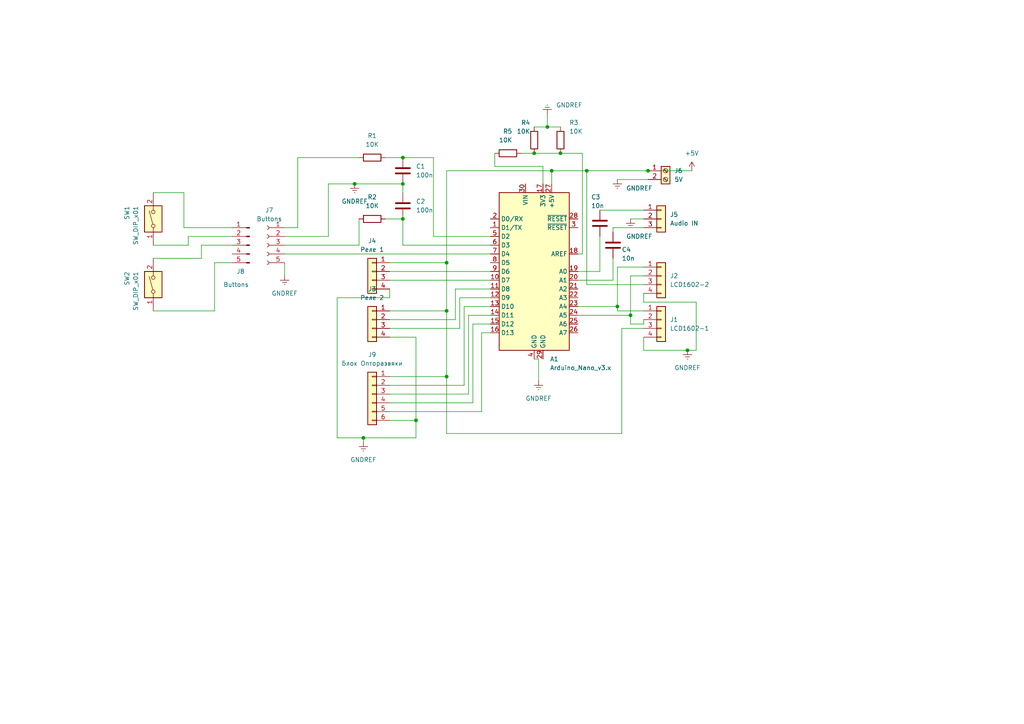
<source format=kicad_sch>
(kicad_sch (version 20211123) (generator eeschema)
  (paper "A4")
  (lib_symbols
    (symbol "Connector:Conn_01x05_Female" (pin_names (offset 1.016) hide)
      (property "Reference" "J" (at 0 7.62 0))
      (property "Value" "Conn_01x05_Female" (at 0 -7.62 0))
      (symbol "Conn_01x05_Female_1_1"
        (arc (start 0 -4.572) (mid -0.508 -5.08) (end 0 -5.588) (stroke (width 0.1524)))
        (arc (start 0 -2.032) (mid -0.508 -2.54) (end 0 -3.048) (stroke (width 0.1524)))
        (polyline (pts (xy -1.27 -5.08) (xy -0.508 -5.08)) (stroke (width 0.1524)))
        (polyline (pts (xy -1.27 -2.54) (xy -0.508 -2.54)) (stroke (width 0.1524)))
        (polyline (pts (xy -1.27 0) (xy -0.508 0)) (stroke (width 0.1524)))
        (polyline (pts (xy -1.27 2.54) (xy -0.508 2.54)) (stroke (width 0.1524)))
        (polyline (pts (xy -1.27 5.08) (xy -0.508 5.08)) (stroke (width 0.1524)))
        (arc (start 0 0.508) (mid -0.508 0) (end 0 -0.508) (stroke (width 0.1524)))
        (arc (start 0 3.048) (mid -0.508 2.54) (end 0 2.032) (stroke (width 0.1524)))
        (arc (start 0 5.588) (mid -0.508 5.08) (end 0 4.572) (stroke (width 0.1524)))
        (pin passive line (at -5.08 5.08 0) (length 3.81) (name "Pin_1") (number "1"))
        (pin passive line (at -5.08 2.54 0) (length 3.81) (name "Pin_2") (number "2"))
        (pin passive line (at -5.08 0 0) (length 3.81) (name "Pin_3") (number "3"))
        (pin passive line (at -5.08 -2.54 0) (length 3.81) (name "Pin_4") (number "4"))
        (pin passive line (at -5.08 -5.08 0) (length 3.81) (name "Pin_5") (number "5"))
      )
    )
    (symbol "Connector:Conn_01x05_Male" (pin_names (offset 1.016) hide)
      (property "Reference" "J" (at 0 7.62 0))
      (property "Value" "Conn_01x05_Male" (at 0 -7.62 0))
      (symbol "Conn_01x05_Male_1_1"
        (polyline (pts (xy 1.27 -5.08) (xy 0.8636 -5.08)) (stroke (width 0.1524)))
        (polyline (pts (xy 1.27 -2.54) (xy 0.8636 -2.54)) (stroke (width 0.1524)))
        (polyline (pts (xy 1.27 0) (xy 0.8636 0)) (stroke (width 0.1524)))
        (polyline (pts (xy 1.27 2.54) (xy 0.8636 2.54)) (stroke (width 0.1524)))
        (polyline (pts (xy 1.27 5.08) (xy 0.8636 5.08)) (stroke (width 0.1524)))
        (rectangle (start 0.8636 -4.953) (end 0 -5.207) (stroke (width 0.1524)) (fill (type outline)))
        (rectangle (start 0.8636 -2.413) (end 0 -2.667) (stroke (width 0.1524)) (fill (type outline)))
        (rectangle (start 0.8636 0.127) (end 0 -0.127) (stroke (width 0.1524)) (fill (type outline)))
        (rectangle (start 0.8636 2.667) (end 0 2.413) (stroke (width 0.1524)) (fill (type outline)))
        (rectangle (start 0.8636 5.207) (end 0 4.953) (stroke (width 0.1524)) (fill (type outline)))
        (pin passive line (at 5.08 5.08 180) (length 3.81) (name "Pin_1") (number "1"))
        (pin passive line (at 5.08 2.54 180) (length 3.81) (name "Pin_2") (number "2"))
        (pin passive line (at 5.08 0 180) (length 3.81) (name "Pin_3") (number "3"))
        (pin passive line (at 5.08 -2.54 180) (length 3.81) (name "Pin_4") (number "4"))
        (pin passive line (at 5.08 -5.08 180) (length 3.81) (name "Pin_5") (number "5"))
      )
    )
    (symbol "Connector:Screw_Terminal_01x02" (pin_names (offset 1.016) hide)
      (property "Reference" "J" (at 0 2.54 0))
      (property "Value" "Screw_Terminal_01x02" (at 0 -5.08 0))
      (symbol "Screw_Terminal_01x02_1_1"
        (rectangle (start -1.27 1.27) (end 1.27 -3.81) (stroke (width 0.254)) (fill (type background)))
        (circle (center 0 -2.54) (radius 0.635) (stroke (width 0.1524)))
        (polyline (pts (xy -0.5334 -2.2098) (xy 0.3302 -3.048)) (stroke (width 0.1524)))
        (polyline (pts (xy -0.5334 0.3302) (xy 0.3302 -0.508)) (stroke (width 0.1524)))
        (polyline (pts (xy -0.3556 -2.032) (xy 0.508 -2.8702)) (stroke (width 0.1524)))
        (polyline (pts (xy -0.3556 0.508) (xy 0.508 -0.3302)) (stroke (width 0.1524)))
        (circle (center 0 0) (radius 0.635) (stroke (width 0.1524)))
        (pin passive line (at -5.08 0 0) (length 3.81) (name "Pin_1") (number "1"))
        (pin passive line (at -5.08 -2.54 0) (length 3.81) (name "Pin_2") (number "2"))
      )
    )
    (symbol "Connector_Generic:Conn_01x03" (pin_names (offset 1.016) hide)
      (property "Reference" "J" (at 0 5.08 0))
      (property "Value" "Conn_01x03" (at 0 -5.08 0))
      (symbol "Conn_01x03_1_1"
        (rectangle (start -1.27 -2.413) (end 0 -2.667) (stroke (width 0.1524)))
        (rectangle (start -1.27 0.127) (end 0 -0.127) (stroke (width 0.1524)))
        (rectangle (start -1.27 2.667) (end 0 2.413) (stroke (width 0.1524)))
        (rectangle (start -1.27 3.81) (end 1.27 -3.81) (stroke (width 0.254)) (fill (type background)))
        (pin passive line (at -5.08 2.54 0) (length 3.81) (name "Pin_1") (number "1"))
        (pin passive line (at -5.08 0 0) (length 3.81) (name "Pin_2") (number "2"))
        (pin passive line (at -5.08 -2.54 0) (length 3.81) (name "Pin_3") (number "3"))
      )
    )
    (symbol "Connector_Generic:Conn_01x04" (pin_names (offset 1.016) hide)
      (property "Reference" "J" (at 0 5.08 0))
      (property "Value" "Conn_01x04" (at 0 -7.62 0))
      (symbol "Conn_01x04_1_1"
        (rectangle (start -1.27 -4.953) (end 0 -5.207) (stroke (width 0.1524)))
        (rectangle (start -1.27 -2.413) (end 0 -2.667) (stroke (width 0.1524)))
        (rectangle (start -1.27 0.127) (end 0 -0.127) (stroke (width 0.1524)))
        (rectangle (start -1.27 2.667) (end 0 2.413) (stroke (width 0.1524)))
        (rectangle (start -1.27 3.81) (end 1.27 -6.35) (stroke (width 0.254)) (fill (type background)))
        (pin passive line (at -5.08 2.54 0) (length 3.81) (name "Pin_1") (number "1"))
        (pin passive line (at -5.08 0 0) (length 3.81) (name "Pin_2") (number "2"))
        (pin passive line (at -5.08 -2.54 0) (length 3.81) (name "Pin_3") (number "3"))
        (pin passive line (at -5.08 -5.08 0) (length 3.81) (name "Pin_4") (number "4"))
      )
    )
    (symbol "Connector_Generic:Conn_01x06" (pin_names (offset 1.016) hide)
      (property "Reference" "J" (at 0 7.62 0))
      (property "Value" "Conn_01x06" (at 0 -10.16 0))
      (symbol "Conn_01x06_1_1"
        (rectangle (start -1.27 -7.493) (end 0 -7.747) (stroke (width 0.1524)))
        (rectangle (start -1.27 -4.953) (end 0 -5.207) (stroke (width 0.1524)))
        (rectangle (start -1.27 -2.413) (end 0 -2.667) (stroke (width 0.1524)))
        (rectangle (start -1.27 0.127) (end 0 -0.127) (stroke (width 0.1524)))
        (rectangle (start -1.27 2.667) (end 0 2.413) (stroke (width 0.1524)))
        (rectangle (start -1.27 5.207) (end 0 4.953) (stroke (width 0.1524)))
        (rectangle (start -1.27 6.35) (end 1.27 -8.89) (stroke (width 0.254)) (fill (type background)))
        (pin passive line (at -5.08 5.08 0) (length 3.81) (name "Pin_1") (number "1"))
        (pin passive line (at -5.08 2.54 0) (length 3.81) (name "Pin_2") (number "2"))
        (pin passive line (at -5.08 0 0) (length 3.81) (name "Pin_3") (number "3"))
        (pin passive line (at -5.08 -2.54 0) (length 3.81) (name "Pin_4") (number "4"))
        (pin passive line (at -5.08 -5.08 0) (length 3.81) (name "Pin_5") (number "5"))
        (pin passive line (at -5.08 -7.62 0) (length 3.81) (name "Pin_6") (number "6"))
      )
    )
    (symbol "Device:C" (pin_numbers hide) (pin_names (offset 0.254))
      (property "Reference" "C" (at 0.635 2.54 0))
      (property "Value" "C" (at 0.635 -2.54 0))
      (symbol "C_0_1"
        (polyline (pts (xy -2.032 -0.762) (xy 2.032 -0.762)) (stroke (width 0.508)))
        (polyline (pts (xy -2.032 0.762) (xy 2.032 0.762)) (stroke (width 0.508)))
      )
      (symbol "C_1_1"
        (pin passive line (at 0 3.81 270) (length 2.794) (name "~") (number "1"))
        (pin passive line (at 0 -3.81 90) (length 2.794) (name "~") (number "2"))
      )
    )
    (symbol "Device:R" (pin_numbers hide) (pin_names (offset 0))
      (property "Reference" "R" (at 2.032 0 90))
      (property "Value" "R" (at 0 0 90))
      (symbol "R_0_1"
        (rectangle (start -1.016 -2.54) (end 1.016 2.54) (stroke (width 0.254)))
      )
      (symbol "R_1_1"
        (pin passive line (at 0 3.81 270) (length 1.27) (name "~") (number "1"))
        (pin passive line (at 0 -3.81 90) (length 1.27) (name "~") (number "2"))
      )
    )
    (symbol "MCU_Module:Arduino_Nano_v3.x"
      (property "Reference" "A" (at -10.16 23.495 0))
      (property "Value" "Arduino_Nano_v3.x" (at 5.08 -24.13 0))
      (symbol "Arduino_Nano_v3.x_0_1"
        (rectangle (start -10.16 22.86) (end 10.16 -22.86) (stroke (width 0.254)) (fill (type background)))
      )
      (symbol "Arduino_Nano_v3.x_1_1"
        (pin bidirectional line (at -12.7 12.7 0) (length 2.54) (name "D1/TX") (number "1"))
        (pin bidirectional line (at -12.7 -2.54 0) (length 2.54) (name "D7") (number "10"))
        (pin bidirectional line (at -12.7 -5.08 0) (length 2.54) (name "D8") (number "11"))
        (pin bidirectional line (at -12.7 -7.62 0) (length 2.54) (name "D9") (number "12"))
        (pin bidirectional line (at -12.7 -10.16 0) (length 2.54) (name "D10") (number "13"))
        (pin bidirectional line (at -12.7 -12.7 0) (length 2.54) (name "D11") (number "14"))
        (pin bidirectional line (at -12.7 -15.24 0) (length 2.54) (name "D12") (number "15"))
        (pin bidirectional line (at -12.7 -17.78 0) (length 2.54) (name "D13") (number "16"))
        (pin power_out line (at 2.54 25.4 270) (length 2.54) (name "3V3") (number "17"))
        (pin input line (at 12.7 5.08 180) (length 2.54) (name "AREF") (number "18"))
        (pin bidirectional line (at 12.7 0 180) (length 2.54) (name "A0") (number "19"))
        (pin bidirectional line (at -12.7 15.24 0) (length 2.54) (name "D0/RX") (number "2"))
        (pin bidirectional line (at 12.7 -2.54 180) (length 2.54) (name "A1") (number "20"))
        (pin bidirectional line (at 12.7 -5.08 180) (length 2.54) (name "A2") (number "21"))
        (pin bidirectional line (at 12.7 -7.62 180) (length 2.54) (name "A3") (number "22"))
        (pin bidirectional line (at 12.7 -10.16 180) (length 2.54) (name "A4") (number "23"))
        (pin bidirectional line (at 12.7 -12.7 180) (length 2.54) (name "A5") (number "24"))
        (pin bidirectional line (at 12.7 -15.24 180) (length 2.54) (name "A6") (number "25"))
        (pin bidirectional line (at 12.7 -17.78 180) (length 2.54) (name "A7") (number "26"))
        (pin power_out line (at 5.08 25.4 270) (length 2.54) (name "+5V") (number "27"))
        (pin input line (at 12.7 15.24 180) (length 2.54) (name "~{RESET}") (number "28"))
        (pin power_in line (at 2.54 -25.4 90) (length 2.54) (name "GND") (number "29"))
        (pin input line (at 12.7 12.7 180) (length 2.54) (name "~{RESET}") (number "3"))
        (pin power_in line (at -2.54 25.4 270) (length 2.54) (name "VIN") (number "30"))
        (pin power_in line (at 0 -25.4 90) (length 2.54) (name "GND") (number "4"))
        (pin bidirectional line (at -12.7 10.16 0) (length 2.54) (name "D2") (number "5"))
        (pin bidirectional line (at -12.7 7.62 0) (length 2.54) (name "D3") (number "6"))
        (pin bidirectional line (at -12.7 5.08 0) (length 2.54) (name "D4") (number "7"))
        (pin bidirectional line (at -12.7 2.54 0) (length 2.54) (name "D5") (number "8"))
        (pin bidirectional line (at -12.7 0 0) (length 2.54) (name "D6") (number "9"))
      )
    )
    (symbol "Switch:SW_DIP_x01" (pin_names (offset 0) hide)
      (property "Reference" "SW" (at 0 3.81 0))
      (property "Value" "SW_DIP_x01" (at 0 -3.81 0))
      (symbol "SW_DIP_x01_0_0"
        (circle (center -2.032 0) (radius 0.508))
        (polyline (pts (xy -1.524 0.127) (xy 2.3622 1.1684)))
        (circle (center 2.032 0) (radius 0.508))
      )
      (symbol "SW_DIP_x01_0_1"
        (rectangle (start -3.81 2.54) (end 3.81 -2.54) (stroke (width 0.254)) (fill (type background)))
      )
      (symbol "SW_DIP_x01_1_1"
        (pin passive line (at -7.62 0 0) (length 5.08) (name "~") (number "1"))
        (pin passive line (at 7.62 0 180) (length 5.08) (name "~") (number "2"))
      )
    )
    (symbol "power:+5V" (power) (pin_names (offset 0))
      (property "Value" "+5V" (at 0 3.556 0))
      (symbol "+5V_0_1"
        (polyline (pts (xy -0.762 1.27) (xy 0 2.54)))
        (polyline (pts (xy 0 0) (xy 0 2.54)))
        (polyline (pts (xy 0 2.54) (xy 0.762 1.27)))
      )
      (symbol "+5V_1_1"
        (pin power_in line (at 0 0 90) (length 0) hide (name "+5V") (number "1"))
      )
    )
    (symbol "power:GNDREF" (power) (pin_names (offset 0))
      (property "Value" "GNDREF" (at 0 -3.81 0))
      (symbol "GNDREF_0_1"
        (polyline (pts (xy -0.635 -1.905) (xy 0.635 -1.905)))
        (polyline (pts (xy -0.127 -2.54) (xy 0.127 -2.54)))
        (polyline (pts (xy 0 -1.27) (xy 0 0)))
        (polyline (pts (xy 1.27 -1.27) (xy -1.27 -1.27)))
      )
      (symbol "GNDREF_1_1"
        (pin power_in line (at 0 0 270) (length 0) hide (name "GNDREF") (number "1"))
      )
    )
  )
  (junction (at 170.18 49.53))
  (junction (at 154.94 44.45))
  (junction (at 160.02 49.53))
  (junction (at 105.41 127))
  (junction (at 162.56 44.45))
  (junction (at 199.39 101.6))
  (junction (at 129.54 76.2))
  (junction (at 129.54 109.22))
  (junction (at 116.84 63.5))
  (junction (at 187.96 49.53))
  (junction (at 116.84 53.34))
  (junction (at 116.84 45.72))
  (junction (at 129.54 90.17))
  (junction (at 102.87 53.34))
  (junction (at 120.65 121.92))
  (junction (at 182.88 91.44))
  (junction (at 158.75 36.83))
  (junction (at 179.07 88.9))
  (wire (pts (xy 111.76 63.5) (xy 116.84 63.5)))
  (wire (pts (xy 157.48 53.34) (xy 157.48 48.26)))
  (wire (pts (xy 157.48 48.26) (xy 143.51 48.26)))
  (wire (pts (xy 139.7 96.52) (xy 142.24 96.52)))
  (wire (pts (xy 44.45 55.88) (xy 53.34 55.88)))
  (wire (pts (xy 58.42 74.93) (xy 58.42 71.12)))
  (wire (pts (xy 53.34 55.88) (xy 53.34 66.04)))
  (wire (pts (xy 113.03 109.22) (xy 129.54 109.22)))
  (wire (pts (xy 137.16 116.84) (xy 137.16 93.98)))
  (wire (pts (xy 129.54 49.53) (xy 160.02 49.53)))
  (wire (pts (xy 142.24 71.12) (xy 116.84 71.12)))
  (wire (pts (xy 201.93 87.63) (xy 201.93 101.6)))
  (wire (pts (xy 105.41 127) (xy 120.65 127)))
  (wire (pts (xy 177.8 66.04) (xy 177.8 67.31)))
  (wire (pts (xy 168.91 73.66) (xy 168.91 44.45)))
  (wire (pts (xy 137.16 93.98) (xy 142.24 93.98)))
  (wire (pts (xy 186.69 93.98) (xy 186.69 92.71)))
  (wire (pts (xy 86.36 45.72) (xy 104.14 45.72)))
  (wire (pts (xy 116.84 71.12) (xy 116.84 63.5)))
  (wire (pts (xy 125.73 68.58) (xy 125.73 45.72)))
  (wire (pts (xy 201.93 101.6) (xy 199.39 101.6)))
  (wire (pts (xy 113.03 114.3) (xy 135.89 114.3)))
  (wire (pts (xy 125.73 45.72) (xy 116.84 45.72)))
  (wire (pts (xy 167.64 81.28) (xy 177.8 81.28)))
  (wire (pts (xy 82.55 68.58) (xy 95.25 68.58)))
  (wire (pts (xy 186.69 80.01) (xy 182.88 80.01)))
  (wire (pts (xy 62.23 90.17) (xy 62.23 76.2)))
  (wire (pts (xy 139.7 119.38) (xy 139.7 96.52)))
  (wire (pts (xy 129.54 90.17) (xy 129.54 109.22)))
  (wire (pts (xy 170.18 82.55) (xy 170.18 49.53)))
  (wire (pts (xy 113.03 86.36) (xy 113.03 83.82)))
  (wire (pts (xy 180.34 125.73) (xy 129.54 125.73)))
  (wire (pts (xy 156.21 104.14) (xy 156.21 110.49)))
  (wire (pts (xy 143.51 48.26) (xy 143.51 44.45)))
  (wire (pts (xy 105.41 128.27) (xy 105.41 127)))
  (wire (pts (xy 154.94 104.14) (xy 156.21 104.14)))
  (wire (pts (xy 54.61 68.58) (xy 67.31 68.58)))
  (wire (pts (xy 173.99 68.58) (xy 173.99 78.74)))
  (wire (pts (xy 179.07 88.9) (xy 179.07 90.17)))
  (wire (pts (xy 129.54 76.2) (xy 129.54 90.17)))
  (wire (pts (xy 158.75 36.83) (xy 162.56 36.83)))
  (wire (pts (xy 44.45 74.93) (xy 58.42 74.93)))
  (wire (pts (xy 158.75 33.02) (xy 158.75 36.83)))
  (wire (pts (xy 154.94 44.45) (xy 162.56 44.45)))
  (wire (pts (xy 180.34 95.25) (xy 180.34 125.73)))
  (wire (pts (xy 58.42 71.12) (xy 67.31 71.12)))
  (wire (pts (xy 44.45 71.12) (xy 54.61 71.12)))
  (wire (pts (xy 129.54 49.53) (xy 129.54 76.2)))
  (wire (pts (xy 135.89 91.44) (xy 142.24 91.44)))
  (wire (pts (xy 113.03 76.2) (xy 129.54 76.2)))
  (wire (pts (xy 133.35 95.25) (xy 133.35 86.36)))
  (wire (pts (xy 186.69 82.55) (xy 170.18 82.55)))
  (wire (pts (xy 132.08 92.71) (xy 132.08 83.82)))
  (wire (pts (xy 135.89 114.3) (xy 135.89 91.44)))
  (wire (pts (xy 62.23 76.2) (xy 67.31 76.2)))
  (wire (pts (xy 177.8 74.93) (xy 177.8 81.28)))
  (wire (pts (xy 160.02 49.53) (xy 160.02 53.34)))
  (wire (pts (xy 186.69 95.25) (xy 180.34 95.25)))
  (wire (pts (xy 113.03 81.28) (xy 142.24 81.28)))
  (wire (pts (xy 82.55 80.01) (xy 82.55 76.2)))
  (wire (pts (xy 113.03 111.76) (xy 134.62 111.76)))
  (wire (pts (xy 186.69 63.5) (xy 182.88 63.5)))
  (wire (pts (xy 113.03 92.71) (xy 132.08 92.71)))
  (wire (pts (xy 86.36 66.04) (xy 86.36 45.72)))
  (wire (pts (xy 120.65 121.92) (xy 120.65 127)))
  (wire (pts (xy 186.69 87.63) (xy 201.93 87.63)))
  (wire (pts (xy 186.69 97.79) (xy 186.69 101.6)))
  (wire (pts (xy 54.61 71.12) (xy 54.61 68.58)))
  (wire (pts (xy 154.94 36.83) (xy 158.75 36.83)))
  (wire (pts (xy 186.69 85.09) (xy 186.69 87.63)))
  (wire (pts (xy 179.07 90.17) (xy 186.69 90.17)))
  (wire (pts (xy 53.34 66.04) (xy 67.31 66.04)))
  (wire (pts (xy 179.07 77.47) (xy 179.07 88.9)))
  (wire (pts (xy 82.55 66.04) (xy 86.36 66.04)))
  (wire (pts (xy 160.02 49.53) (xy 170.18 49.53)))
  (wire (pts (xy 134.62 88.9) (xy 142.24 88.9)))
  (wire (pts (xy 97.79 86.36) (xy 97.79 127)))
  (wire (pts (xy 167.64 78.74) (xy 173.99 78.74)))
  (wire (pts (xy 104.14 71.12) (xy 104.14 63.5)))
  (wire (pts (xy 182.88 93.98) (xy 186.69 93.98)))
  (wire (pts (xy 113.03 78.74) (xy 142.24 78.74)))
  (wire (pts (xy 182.88 80.01) (xy 182.88 91.44)))
  (wire (pts (xy 97.79 86.36) (xy 113.03 86.36)))
  (wire (pts (xy 97.79 127) (xy 105.41 127)))
  (wire (pts (xy 142.24 68.58) (xy 125.73 68.58)))
  (wire (pts (xy 44.45 90.17) (xy 62.23 90.17)))
  (wire (pts (xy 134.62 111.76) (xy 134.62 88.9)))
  (wire (pts (xy 82.55 73.66) (xy 142.24 73.66)))
  (wire (pts (xy 168.91 44.45) (xy 162.56 44.45)))
  (wire (pts (xy 186.69 77.47) (xy 179.07 77.47)))
  (wire (pts (xy 167.64 91.44) (xy 182.88 91.44)))
  (wire (pts (xy 95.25 68.58) (xy 95.25 53.34)))
  (wire (pts (xy 187.96 49.53) (xy 200.66 49.53)))
  (wire (pts (xy 82.55 71.12) (xy 104.14 71.12)))
  (wire (pts (xy 173.99 60.96) (xy 186.69 60.96)))
  (wire (pts (xy 133.35 86.36) (xy 142.24 86.36)))
  (wire (pts (xy 170.18 49.53) (xy 187.96 49.53)))
  (wire (pts (xy 113.03 119.38) (xy 139.7 119.38)))
  (wire (pts (xy 102.87 53.34) (xy 116.84 53.34)))
  (wire (pts (xy 151.13 44.45) (xy 154.94 44.45)))
  (wire (pts (xy 129.54 109.22) (xy 129.54 125.73)))
  (wire (pts (xy 167.64 88.9) (xy 179.07 88.9)))
  (wire (pts (xy 186.69 66.04) (xy 177.8 66.04)))
  (wire (pts (xy 113.03 121.92) (xy 120.65 121.92)))
  (wire (pts (xy 167.64 73.66) (xy 168.91 73.66)))
  (wire (pts (xy 187.96 52.07) (xy 179.07 52.07)))
  (wire (pts (xy 95.25 53.34) (xy 102.87 53.34)))
  (wire (pts (xy 186.69 101.6) (xy 199.39 101.6)))
  (wire (pts (xy 182.88 91.44) (xy 182.88 93.98)))
  (wire (pts (xy 113.03 90.17) (xy 129.54 90.17)))
  (wire (pts (xy 113.03 116.84) (xy 137.16 116.84)))
  (wire (pts (xy 116.84 53.34) (xy 116.84 55.88)))
  (wire (pts (xy 120.65 97.79) (xy 120.65 121.92)))
  (wire (pts (xy 113.03 95.25) (xy 133.35 95.25)))
  (wire (pts (xy 120.65 97.79) (xy 113.03 97.79)))
  (wire (pts (xy 111.76 45.72) (xy 116.84 45.72)))
  (wire (pts (xy 132.08 83.82) (xy 142.24 83.82)))
  (symbol (lib_id "Connector_Generic:Conn_01x04") (at 191.77 92.71 0) (unit 1)
    (property "Reference" "J1" (at 194.31 92.7099 0) (effects (justify left)))
    (property "Value" "LCD1602-1" (at 194.31 95.2499 0) (effects (justify left)))
    (property "Footprint" "Connector_JST:JST_XH_B4B-XH-A_1x04_P2.50mm_Vertical" (effects hide))
  )
  (symbol (lib_id "Connector:Screw_Terminal_01x02") (at 193.04 49.53 0) (unit 1)
    (property "Reference" "J6" (at 195.58 49.5299 0) (effects (justify left)))
    (property "Value" "5V" (at 195.58 52.0699 0) (effects (justify left)))
    (property "Footprint" "TerminalBlock:TerminalBlock_bornier-2_P5.08mm" (effects hide))
  )
  (symbol (lib_id "Connector_Generic:Conn_01x04") (at 107.95 78.74 0) (mirror y) (unit 1)
    (property "Reference" "J4" (at 107.95 69.85 0))
    (property "Value" "Реле 1" (at 107.95 72.39 0))
    (property "Footprint" "Connector_JST:JST_XH_B4B-XH-A_1x04_P2.50mm_Vertical" (effects hide))
  )
  (symbol (lib_id "power:+5V") (at 200.66 49.53 0) (unit 1)
    (property "Reference" "#PWR0105" (effects hide))
    (property "Value" "+5V" (at 200.66 44.45 0))
  )
  (symbol (lib_id "Device:R") (at 154.94 40.64 0) (unit 1)
    (property "Reference" "R4" (at 151.13 35.56 0) (effects (justify left)))
    (property "Value" "10K" (at 149.86 38.1 0) (effects (justify left)))
    (property "Footprint" "Resistor_THT:R_Axial_DIN0207_L6.3mm_D2.5mm_P10.16mm_Horizontal" (effects hide))
  )
  (symbol (lib_id "MCU_Module:Arduino_Nano_v3.x") (at 154.94 78.74 0) (unit 1)
    (property "Reference" "A1" (at 159.4994 104.14 0) (effects (justify left)))
    (property "Value" "Arduino_Nano_v3.x" (at 159.4994 106.68 0) (effects (justify left)))
    (property "Footprint" "Module:Arduino_Nano" (effects hide))
    (property "Datasheet" "http://www.mouser.com/pdfdocs/Gravitech_Arduino_Nano3_0.pdf" (effects hide))
  )
  (symbol (lib_id "Connector_Generic:Conn_01x04") (at 191.77 80.01 0) (unit 1)
    (property "Reference" "J2" (at 194.31 80.0099 0) (effects (justify left)))
    (property "Value" "LCD1602-2" (at 194.31 82.5499 0) (effects (justify left)))
    (property "Footprint" "Connector_JST:JST_XH_B4B-XH-A_1x04_P2.50mm_Vertical" (effects hide))
  )
  (symbol (lib_id "Switch:SW_DIP_x01") (at 44.45 82.55 90) (unit 1)
    (property "Reference" "SW2" (at 36.83 78.74 0) (effects (justify right)))
    (property "Value" "SW_DIP_x01" (at 39.37 78.74 0) (effects (justify right)))
    (property "Footprint" "Connector_JST:JST_EH_B2B-EH-A_1x02_P2.50mm_Vertical" (effects hide))
  )
  (symbol (lib_id "power:GNDREF") (at 102.87 53.34 0) (unit 1)
    (property "Reference" "#PWR0107" (effects hide))
    (property "Value" "GNDREF" (at 102.87 58.42 0))
  )
  (symbol (lib_id "Connector:Conn_01x05_Female") (at 77.47 71.12 0) (mirror y) (unit 1)
    (property "Reference" "J7" (at 78.105 60.96 0))
    (property "Value" "Buttons" (at 78.105 63.5 0))
    (property "Footprint" "Connector_JST:JST_XH_B5B-XH-A_1x05_P2.50mm_Vertical" (effects hide))
  )
  (symbol (lib_id "power:GNDREF") (at 182.88 63.5 0) (unit 1)
    (property "Reference" "#PWR0103" (effects hide))
    (property "Value" "GNDREF" (at 185.42 68.58 0))
  )
  (symbol (lib_id "power:GNDREF") (at 199.39 101.6 0) (unit 1)
    (property "Reference" "#PWR0104" (effects hide))
    (property "Value" "GNDREF" (at 199.39 106.68 0))
  )
  (symbol (lib_id "power:GNDREF") (at 82.55 80.01 0) (unit 1)
    (property "Reference" "#PWR0108" (effects hide))
    (property "Value" "GNDREF" (at 82.55 85.09 0))
  )
  (symbol (lib_id "power:GNDREF") (at 179.07 52.07 0) (unit 1)
    (property "Reference" "#PWR0106" (effects hide))
    (property "Value" "GNDREF" (at 185.42 54.61 0))
  )
  (symbol (lib_id "Device:R") (at 107.95 63.5 90) (unit 1)
    (property "Reference" "R2" (at 107.95 57.15 90))
    (property "Value" "10K" (at 107.95 59.69 90))
    (property "Footprint" "Resistor_THT:R_Axial_DIN0207_L6.3mm_D2.5mm_P10.16mm_Horizontal" (effects hide))
  )
  (symbol (lib_id "Device:R") (at 162.56 40.64 0) (unit 1)
    (property "Reference" "R3" (at 165.1 35.56 0) (effects (justify left)))
    (property "Value" "10K" (at 165.1 38.1 0) (effects (justify left)))
    (property "Footprint" "Resistor_THT:R_Axial_DIN0207_L6.3mm_D2.5mm_P10.16mm_Horizontal" (effects hide))
  )
  (symbol (lib_id "Connector_Generic:Conn_01x03") (at 191.77 63.5 0) (unit 1)
    (property "Reference" "J5" (at 194.31 62.2299 0) (effects (justify left)))
    (property "Value" "Audio IN" (at 194.31 64.7699 0) (effects (justify left)))
    (property "Footprint" "Connector_JST:JST_XH_B3B-XH-A_1x03_P2.50mm_Vertical" (effects hide))
  )
  (symbol (lib_id "power:GNDREF") (at 105.41 128.27 0) (unit 1)
    (property "Reference" "#PWR0102" (effects hide))
    (property "Value" "GNDREF" (at 105.41 133.35 0))
  )
  (symbol (lib_id "Connector_Generic:Conn_01x04") (at 107.95 92.71 0) (mirror y) (unit 1)
    (property "Reference" "J3" (at 107.95 83.82 0))
    (property "Value" "Реле 2" (at 107.95 86.36 0))
    (property "Footprint" "Connector_JST:JST_XH_B4B-XH-A_1x04_P2.50mm_Vertical" (effects hide))
  )
  (symbol (lib_id "power:GNDREF") (at 158.75 33.02 0) (mirror x) (unit 1)
    (property "Reference" "#PWR0109" (effects hide))
    (property "Value" "GNDREF" (at 165.1 30.48 0))
  )
  (symbol (lib_id "Connector_Generic:Conn_01x06") (at 107.95 114.3 0) (mirror y) (unit 1)
    (property "Reference" "J9" (at 107.95 102.87 0))
    (property "Value" "Блок Опторазвяки" (at 107.95 105.41 0))
    (property "Footprint" "Connector_JST:JST_EH_B6B-EH-A_1x06_P2.50mm_Vertical" (effects hide))
  )
  (symbol (lib_id "Device:C") (at 173.99 64.77 0) (unit 1)
    (property "Reference" "C3" (at 171.45 57.15 0) (effects (justify left)))
    (property "Value" "10n" (at 171.45 59.69 0) (effects (justify left)))
    (property "Footprint" "Capacitor_THT:C_Disc_D4.7mm_W2.5mm_P5.00mm" (effects hide))
  )
  (symbol (lib_id "Device:R") (at 147.32 44.45 90) (unit 1)
    (property "Reference" "R5" (at 148.59 38.1 90) (effects (justify left)))
    (property "Value" "10K" (at 148.59 40.64 90) (effects (justify left)))
    (property "Footprint" "Resistor_THT:R_Axial_DIN0207_L6.3mm_D2.5mm_P10.16mm_Horizontal" (effects hide))
  )
  (symbol (lib_id "Device:C") (at 177.8 71.12 0) (unit 1)
    (property "Reference" "C4" (at 180.34 72.39 0) (effects (justify left)))
    (property "Value" "10n" (at 180.34 74.93 0) (effects (justify left)))
    (property "Footprint" "Capacitor_THT:C_Disc_D4.7mm_W2.5mm_P5.00mm" (effects hide))
  )
  (symbol (lib_id "Connector:Conn_01x05_Male") (at 72.39 71.12 0) (mirror y) (unit 1)
    (property "Reference" "J8" (at 68.58 78.74 0) (effects (justify right)))
    (property "Value" "Buttons" (at 64.77 82.55 0) (effects (justify right)))
    (property "Footprint" "Connector_JST:JST_EH_B6B-EH-A_1x06_P2.50mm_Vertical" (effects hide))
  )
  (symbol (lib_id "power:GNDREF") (at 156.21 110.49 0) (unit 1)
    (property "Reference" "#PWR0101" (effects hide))
    (property "Value" "GNDREF" (at 156.21 115.57 0))
  )
  (symbol (lib_id "Device:R") (at 107.95 45.72 90) (unit 1)
    (property "Reference" "R1" (at 107.95 39.37 90))
    (property "Value" "10K" (at 107.95 41.91 90))
    (property "Footprint" "Resistor_THT:R_Axial_DIN0207_L6.3mm_D2.5mm_P10.16mm_Horizontal" (effects hide))
  )
  (symbol (lib_id "Switch:SW_DIP_x01") (at 44.45 63.5 90) (unit 1)
    (property "Reference" "SW1" (at 36.83 59.69 0) (effects (justify right)))
    (property "Value" "SW_DIP_x01" (at 39.37 59.69 0) (effects (justify right)))
    (property "Footprint" "Connector_JST:JST_EH_B2B-EH-A_1x02_P2.50mm_Vertical" (effects hide))
  )
  (symbol (lib_id "Device:C") (at 116.84 59.69 0) (unit 1)
    (property "Reference" "C2" (at 120.65 58.4199 0) (effects (justify left)))
    (property "Value" "100n" (at 120.65 60.9599 0) (effects (justify left)))
    (property "Footprint" "Capacitor_THT:C_Disc_D4.7mm_W2.5mm_P5.00mm" (effects hide))
  )
  (symbol (lib_id "Device:C") (at 116.84 49.53 0) (unit 1)
    (property "Reference" "C1" (at 120.65 48.2599 0) (effects (justify left)))
    (property "Value" "100n" (at 120.65 50.7999 0) (effects (justify left)))
    (property "Footprint" "Capacitor_THT:C_Disc_D4.7mm_W2.5mm_P5.00mm" (effects hide))
  )
)
</source>
